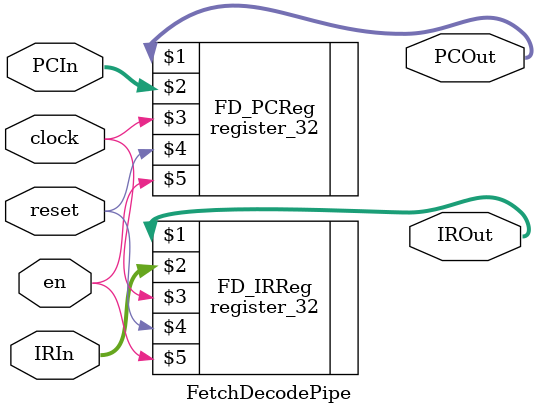
<source format=v>
module FetchDecodePipe(IROut, IRIn, PCOut, PCIn, clock, reset, en);
    input clock, reset, en;
    input [31:0] IRIn, PCIn;
    output [31:0] IROut, PCOut;

    register_32 FD_PCReg(PCOut, PCIn, clock, reset, en);
    register_32 FD_IRReg(IROut, IRIn, clock, reset, en);

endmodule
</source>
